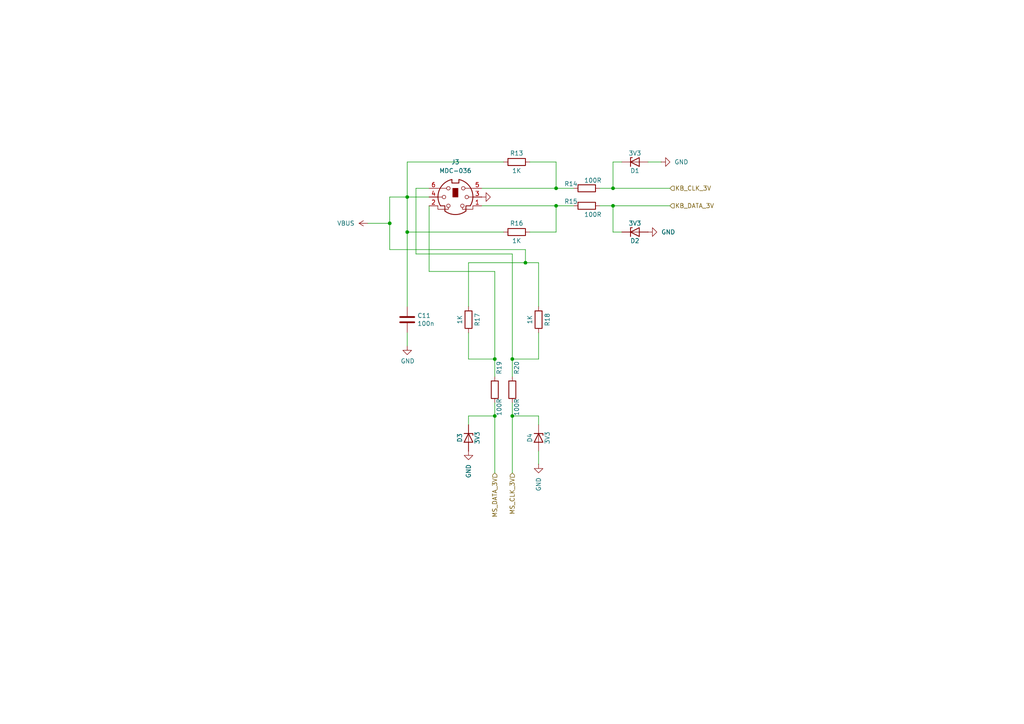
<source format=kicad_sch>
(kicad_sch (version 20250114) (generator "eeschema") (generator_version "9.0")
  (paper "A4")
  (title_block (title "${NAME}") (date "2025-04-30") (rev "${VERSION}") (company "Mikhail Matveev") (comment 1 "https://github.com/rh1tech/echo"))
  (lib_symbols
    (symbol "Connector:Mini-DIN-6" (pin_names (offset 1.016))
      (property "Reference" "J" (at 0 6.35 0))
      (property "Value" "Mini-DIN-6" (at 0 -6.35 0))
      (symbol "Mini-DIN-6_0_1"
        (polyline (pts (xy -4.318 -2.54) (xy -3.048 -2.54) (xy -3.048 -4.064)) (stroke (width 0.254)))
        (polyline (pts (xy -3.81 0) (xy -5.08 0)))
        (circle (center -3.302 0) (radius 0.508))
        (polyline (pts (xy -2.54 2.54) (xy -5.08 2.54)))
        (circle (center -2.032 2.54) (radius 0.508))
        (circle (center -2.032 -2.54) (radius 0.508))
        (polyline (pts (xy -2.032 -3.048) (xy -2.032 -3.556) (xy -5.08 -3.556) (xy -5.08 -2.54)))
        (polyline (pts (xy -1.016 5.08) (xy -1.016 4.064) (xy 1.016 4.064) (xy 1.016 5.08)) (stroke (width 0.254)))
        (rectangle (start -0.762 2.54) (end 0.762 0) (fill (type outline)))
        (arc (start 3.048 -4.064) (mid 0 -5.08) (end -3.048 -4.064) (stroke (width 0.254)))
        (arc (start 1.016 5.08) (mid 4.6646 2.1356) (end 4.318 -2.54) (stroke (width 0.254)))
        (arc (start -4.318 -2.54) (mid -4.6241 2.1181) (end -1.016 5.08) (stroke (width 0.254)))
        (circle (center 2.032 -2.54) (radius 0.508))
        (polyline (pts (xy 2.032 -3.048) (xy 2.032 -3.556) (xy 5.08 -3.556) (xy 5.08 -2.54)))
        (circle (center 2.286 2.54) (radius 0.508))
        (polyline (pts (xy 2.794 2.54) (xy 5.08 2.54)))
        (circle (center 3.302 0) (radius 0.508))
        (polyline (pts (xy 4.318 -2.54) (xy 3.048 -2.54) (xy 3.048 -4.064)) (stroke (width 0.254)))
        (polyline (pts (xy 5.08 0) (xy 3.81 0)))
      )
      (symbol "Mini-DIN-6_1_1"
        (pin passive line (at -7.62 2.54 0) (length 2.54) (name "~") (number "6"))
        (pin passive line (at -7.62 0 0) (length 2.54) (name "~") (number "4"))
        (pin passive line (at -7.62 -2.54 0) (length 2.54) (name "~") (number "2"))
        (pin passive line (at 7.62 2.54 180) (length 2.54) (name "~") (number "5"))
        (pin passive line (at 7.62 0 180) (length 2.54) (name "~") (number "3"))
        (pin passive line (at 7.62 -2.54 180) (length 2.54) (name "~") (number "1"))
      )
    )
    (symbol "Device:C" (pin_numbers (hide yes)) (pin_names (offset 0.254))
      (property "Reference" "C" (at 0.635 2.54 0))
      (property "Value" "C" (at 0.635 -2.54 0))
      (symbol "C_0_1"
        (polyline (pts (xy -2.032 0.762) (xy 2.032 0.762)) (stroke (width 0.508)))
        (polyline (pts (xy -2.032 -0.762) (xy 2.032 -0.762)) (stroke (width 0.508)))
      )
      (symbol "C_1_1"
        (pin passive line (at 0 3.81 270) (length 2.794) (name "~") (number "1"))
        (pin passive line (at 0 -3.81 90) (length 2.794) (name "~") (number "2"))
      )
    )
    (symbol "Device:D_Zener" (pin_numbers (hide yes)) (pin_names (offset 1.016) (hide yes))
      (property "Reference" "D" (at 0 2.54 0))
      (property "Value" "D_Zener" (at 0 -2.54 0))
      (symbol "D_Zener_0_1"
        (polyline (pts (xy -1.27 -1.27) (xy -1.27 1.27) (xy -0.762 1.27)) (stroke (width 0.254)))
        (polyline (pts (xy 1.27 0) (xy -1.27 0)))
        (polyline (pts (xy 1.27 -1.27) (xy 1.27 1.27) (xy -1.27 0) (xy 1.27 -1.27)) (stroke (width 0.254)))
      )
      (symbol "D_Zener_1_1"
        (pin passive line (at -3.81 0 0) (length 2.54) (name "K") (number "1"))
        (pin passive line (at 3.81 0 180) (length 2.54) (name "A") (number "2"))
      )
    )
    (symbol "Device:R" (pin_numbers (hide yes)) (pin_names (offset 0))
      (property "Reference" "R" (at 2.032 0 90))
      (property "Value" "R" (at 0 0 90))
      (symbol "R_0_1"
        (rectangle (start -1.016 -2.54) (end 1.016 2.54) (stroke (width 0.254)))
      )
      (symbol "R_1_1"
        (pin passive line (at 0 3.81 270) (length 1.27) (name "~") (number "1"))
        (pin passive line (at 0 -3.81 90) (length 1.27) (name "~") (number "2"))
      )
    )
    (symbol "GND_1" (power) (pin_numbers (hide yes)) (pin_names (offset 0) (hide yes))
      (property "Value" "GND" (at 0 -3.81 0))
      (symbol "GND_1_0_1"
        (polyline (pts (xy 0 0) (xy 0 -1.27) (xy 1.27 -1.27) (xy 0 -2.54) (xy -1.27 -1.27) (xy 0 -1.27)))
      )
      (symbol "GND_1_1_1"
        (pin power_in line (at 0 0 270) (length 0) (name "~") (number "1"))
      )
    )
    (symbol "GND_2" (power) (pin_numbers (hide yes)) (pin_names (offset 0) (hide yes))
      (property "Value" "GND" (at 0 -3.81 0))
      (symbol "GND_2_0_1"
        (polyline (pts (xy 0 0) (xy 0 -1.27) (xy 1.27 -1.27) (xy 0 -2.54) (xy -1.27 -1.27) (xy 0 -1.27)))
      )
      (symbol "GND_2_1_1"
        (pin power_in line (at 0 0 270) (length 0) (name "~") (number "1"))
      )
    )
    (symbol "GND_3" (power) (pin_numbers (hide yes)) (pin_names (offset 0) (hide yes))
      (property "Value" "GND" (at 0 -3.81 0))
      (symbol "GND_3_0_1"
        (polyline (pts (xy 0 0) (xy 0 -1.27) (xy 1.27 -1.27) (xy 0 -2.54) (xy -1.27 -1.27) (xy 0 -1.27)))
      )
      (symbol "GND_3_1_1"
        (pin power_in line (at 0 0 270) (length 0) (name "~") (number "1"))
      )
    )
    (symbol "GND_4" (power) (pin_numbers (hide yes)) (pin_names (offset 0) (hide yes))
      (property "Value" "GND" (at 0 -3.81 0))
      (symbol "GND_4_0_1"
        (polyline (pts (xy 0 0) (xy 0 -1.27) (xy 1.27 -1.27) (xy 0 -2.54) (xy -1.27 -1.27) (xy 0 -1.27)))
      )
      (symbol "GND_4_1_1"
        (pin power_in line (at 0 0 270) (length 0) (name "~") (number "1"))
      )
    )
    (symbol "GND_6" (power) (pin_numbers (hide yes)) (pin_names (offset 0) (hide yes))
      (property "Value" "GND" (at 0 -3.81 0))
      (symbol "GND_6_0_1"
        (polyline (pts (xy 0 0) (xy 0 -1.27) (xy 1.27 -1.27) (xy 0 -2.54) (xy -1.27 -1.27) (xy 0 -1.27)))
      )
      (symbol "GND_6_1_1"
        (pin power_in line (at 0 0 270) (length 0) (name "~") (number "1"))
      )
    )
    (symbol "power:GND" (power) (pin_numbers (hide yes)) (pin_names (offset 0) (hide yes))
      (property "Value" "GND" (at 0 -3.81 0))
      (symbol "GND_0_1"
        (polyline (pts (xy 0 0) (xy 0 -1.27) (xy 1.27 -1.27) (xy 0 -2.54) (xy -1.27 -1.27) (xy 0 -1.27)))
      )
      (symbol "GND_1_1"
        (pin power_in line (at 0 0 270) (length 0) (name "~") (number "1"))
      )
    )
    (symbol "power:VBUS" (power) (pin_numbers (hide yes)) (pin_names (offset 0) (hide yes))
      (property "Value" "VBUS" (at 0 3.556 0))
      (symbol "VBUS_0_1"
        (polyline (pts (xy -0.762 1.27) (xy 0 2.54)))
        (polyline (pts (xy 0 2.54) (xy 0.762 1.27)))
        (polyline (pts (xy 0 0) (xy 0 2.54)))
      )
      (symbol "VBUS_1_1"
        (pin power_in line (at 0 0 90) (length 0) (name "~") (number "1"))
      )
    )
  )
  (junction (at 113.03 64.77))
  (junction (at 177.8 59.69))
  (junction (at 143.51 120.65))
  (junction (at 152.4 76.2))
  (junction (at 143.51 104.14))
  (junction (at 161.29 54.61))
  (junction (at 118.11 57.15))
  (junction (at 177.8 54.61))
  (junction (at 148.59 120.65))
  (junction (at 118.11 67.31))
  (junction (at 148.59 104.14))
  (junction (at 161.29 59.69))
  (wire (pts (xy 143.51 120.65) (xy 143.51 137.16)))
  (wire (pts (xy 156.21 120.65) (xy 148.59 120.65)))
  (wire (pts (xy 148.59 104.14) (xy 156.21 104.14)))
  (wire (pts (xy 161.29 59.69) (xy 166.37 59.69)))
  (wire (pts (xy 161.29 54.61) (xy 166.37 54.61)))
  (wire (pts (xy 146.05 67.31) (xy 118.11 67.31)))
  (wire (pts (xy 135.89 88.9) (xy 135.89 76.2)))
  (wire (pts (xy 135.89 96.52) (xy 135.89 104.14)))
  (wire (pts (xy 113.03 57.15) (xy 118.11 57.15)))
  (wire (pts (xy 118.11 67.31) (xy 118.11 88.9)))
  (wire (pts (xy 118.11 46.99) (xy 118.11 57.15)))
  (wire (pts (xy 148.59 120.65) (xy 148.59 116.84)))
  (wire (pts (xy 148.59 120.65) (xy 148.59 137.16)))
  (wire (pts (xy 161.29 59.69) (xy 161.29 67.31)))
  (wire (pts (xy 124.46 59.69) (xy 124.46 78.74)))
  (wire (pts (xy 135.89 104.14) (xy 143.51 104.14)))
  (wire (pts (xy 187.96 46.99) (xy 191.77 46.99)))
  (wire (pts (xy 156.21 123.19) (xy 156.21 120.65)))
  (wire (pts (xy 177.8 59.69) (xy 173.99 59.69)))
  (wire (pts (xy 177.8 67.31) (xy 177.8 59.69)))
  (wire (pts (xy 156.21 96.52) (xy 156.21 104.14)))
  (wire (pts (xy 177.8 59.69) (xy 194.31 59.69)))
  (wire (pts (xy 118.11 67.31) (xy 118.11 57.15)))
  (wire (pts (xy 146.05 46.99) (xy 118.11 46.99)))
  (wire (pts (xy 124.46 54.61) (xy 120.65 54.61)))
  (wire (pts (xy 152.4 72.39) (xy 152.4 76.2)))
  (wire (pts (xy 152.4 76.2) (xy 156.21 76.2)))
  (wire (pts (xy 135.89 120.65) (xy 143.51 120.65)))
  (wire (pts (xy 180.34 67.31) (xy 177.8 67.31)))
  (wire (pts (xy 180.34 46.99) (xy 177.8 46.99)))
  (wire (pts (xy 139.7 59.69) (xy 161.29 59.69)))
  (wire (pts (xy 120.65 54.61) (xy 120.65 73.66)))
  (wire (pts (xy 113.03 64.77) (xy 113.03 72.39)))
  (wire (pts (xy 177.8 54.61) (xy 194.31 54.61)))
  (wire (pts (xy 124.46 78.74) (xy 143.51 78.74)))
  (wire (pts (xy 177.8 46.99) (xy 177.8 54.61)))
  (wire (pts (xy 118.11 57.15) (xy 124.46 57.15)))
  (wire (pts (xy 153.67 67.31) (xy 161.29 67.31)))
  (wire (pts (xy 161.29 46.99) (xy 161.29 54.61)))
  (wire (pts (xy 113.03 72.39) (xy 152.4 72.39)))
  (wire (pts (xy 148.59 104.14) (xy 148.59 109.22)))
  (wire (pts (xy 135.89 123.19) (xy 135.89 120.65)))
  (wire (pts (xy 143.51 78.74) (xy 143.51 104.14)))
  (wire (pts (xy 143.51 120.65) (xy 143.51 116.84)))
  (wire (pts (xy 120.65 73.66) (xy 148.59 73.66)))
  (wire (pts (xy 113.03 57.15) (xy 113.03 64.77)))
  (wire (pts (xy 106.68 64.77) (xy 113.03 64.77)))
  (wire (pts (xy 139.7 54.61) (xy 161.29 54.61)))
  (wire (pts (xy 156.21 88.9) (xy 156.21 76.2)))
  (wire (pts (xy 153.67 46.99) (xy 161.29 46.99)))
  (wire (pts (xy 118.11 96.52) (xy 118.11 100.33)))
  (wire (pts (xy 135.89 76.2) (xy 152.4 76.2)))
  (wire (pts (xy 148.59 73.66) (xy 148.59 104.14)))
  (wire (pts (xy 143.51 104.14) (xy 143.51 109.22)))
  (wire (pts (xy 177.8 54.61) (xy 173.99 54.61)))
  (wire (pts (xy 156.21 130.81) (xy 156.21 134.62)))
  (hierarchical_label "MS_CLK_3V" (shape input) (at 148.59 137.16 270))
  (hierarchical_label "KB_DATA_3V" (shape input) (at 194.31 59.69 0))
  (hierarchical_label "MS_DATA_3V" (shape input) (at 143.51 137.16 270))
  (hierarchical_label "KB_CLK_3V" (shape input) (at 194.31 54.61 0))
  (symbol (lib_name "GND_6") (lib_id "power:GND") (at 187.96 67.31 90) (unit 1)
    (property "Reference" "#PWR035" (effects (hide yes)))
    (property "Value" "GND" (at 191.77 67.3099 90) (effects (justify right)))
    (property "Description" "Power symbol creates a global label with name \"GND\" , ground" (effects (hide yes)))
  )
  (symbol (lib_id "Device:D_Zener") (at 184.15 67.31 0) (unit 1)
    (property "Reference" "D2" (at 184.15 69.85 0))
    (property "Value" "3V3" (at 184.15 64.77 0))
    (property "Footprint" "FRANK:Diode (SOD-323)" (effects (hide yes)))
    (property "Datasheet" "https://www.vishay.com/docs/83335/bzx384g.pdf" (effects (hide yes)))
    (property "AliExpress" "https://www.aliexpress.com/item/1005006143480992.html" (effects (hide yes)))
  )
  (symbol (lib_name "GND_3") (lib_id "power:GND") (at 118.11 100.33 0) (unit 1)
    (property "Reference" "#PWR036" (effects (hide yes)))
    (property "Value" "GND" (at 118.237 104.7242 0))
    (property "Description" "Power symbol creates a global label with name \"GND\" , ground" (effects (hide yes)))
  )
  (symbol (lib_id "Device:R") (at 135.89 92.71 0) (unit 1)
    (property "Reference" "R17" (at 138.43 92.71 90))
    (property "Value" "1K" (at 133.35 92.71 90))
    (property "Footprint" "FRANK:Resistor (0805)" (effects (hide yes)))
    (property "Datasheet" "https://www.vishay.com/docs/28952/mcs0402at-mct0603at-mcu0805at-mca1206at.pdf" (effects (hide yes)))
    (property "AliExpress" "https://www.aliexpress.com/item/1005005945735199.html" (effects (hide yes)))
  )
  (symbol (lib_name "GND_1") (lib_id "power:GND") (at 156.21 134.62 0) (unit 1)
    (property "Reference" "#PWR038" (effects (hide yes)))
    (property "Value" "GND" (at 156.2101 138.43 90) (effects (justify right)))
    (property "Description" "Power symbol creates a global label with name \"GND\" , ground" (effects (hide yes)))
  )
  (symbol (lib_id "Device:R") (at 170.18 59.69 90) (unit 1)
    (property "Reference" "R15" (at 165.608 58.42 90))
    (property "Value" "100R" (at 171.958 62.23 90))
    (property "Footprint" "FRANK:Resistor (0805)" (effects (hide yes)))
    (property "Datasheet" "https://www.vishay.com/docs/28952/mcs0402at-mct0603at-mcu0805at-mca1206at.pdf" (effects (hide yes)))
    (property "AliExpress" "https://www.aliexpress.com/item/1005005945735199.html" (effects (hide yes)))
  )
  (symbol (lib_id "Device:R") (at 156.21 92.71 0) (unit 1)
    (property "Reference" "R18" (at 158.75 92.71 90))
    (property "Value" "1K" (at 153.67 92.71 90))
    (property "Footprint" "FRANK:Resistor (0805)" (effects (hide yes)))
    (property "Datasheet" "https://www.vishay.com/docs/28952/mcs0402at-mct0603at-mcu0805at-mca1206at.pdf" (effects (hide yes)))
    (property "AliExpress" "https://www.aliexpress.com/item/1005005945735199.html" (effects (hide yes)))
  )
  (symbol (lib_id "Device:R") (at 170.18 54.61 90) (unit 1)
    (property "Reference" "R14" (at 165.608 53.34 90))
    (property "Value" "100R" (at 171.958 52.324 90))
    (property "Footprint" "FRANK:Resistor (0805)" (effects (hide yes)))
    (property "Datasheet" "https://www.vishay.com/docs/28952/mcs0402at-mct0603at-mcu0805at-mca1206at.pdf" (effects (hide yes)))
    (property "AliExpress" "https://www.aliexpress.com/item/1005005945735199.html" (effects (hide yes)))
  )
  (symbol (lib_id "Device:R") (at 143.51 113.03 0) (unit 1)
    (property "Reference" "R19" (at 144.78 106.68 90))
    (property "Value" "100R" (at 144.78 118.11 90))
    (property "Footprint" "FRANK:Resistor (0805)" (effects (hide yes)))
    (property "Datasheet" "https://www.vishay.com/docs/28952/mcs0402at-mct0603at-mcu0805at-mca1206at.pdf" (effects (hide yes)))
    (property "AliExpress" "https://www.aliexpress.com/item/1005005945735199.html" (effects (hide yes)))
  )
  (symbol (lib_name "GND_4") (lib_id "power:GND") (at 191.77 46.99 90) (unit 1)
    (property "Reference" "#PWR032" (effects (hide yes)))
    (property "Value" "GND" (at 195.58 46.9899 90) (effects (justify right)))
    (property "Description" "Power symbol creates a global label with name \"GND\" , ground" (effects (hide yes)))
  )
  (symbol (lib_id "Device:D_Zener") (at 135.89 127 270) (unit 1)
    (property "Reference" "D3" (at 133.35 127 0))
    (property "Value" "3V3" (at 138.43 127 0))
    (property "Footprint" "FRANK:Diode (SOD-323)" (effects (hide yes)))
    (property "Datasheet" "https://www.vishay.com/docs/83335/bzx384g.pdf" (effects (hide yes)))
    (property "AliExpress" "https://www.aliexpress.com/item/1005006143480992.html" (effects (hide yes)))
  )
  (symbol (lib_id "power:VBUS") (at 106.68 64.77 90) (unit 1)
    (property "Reference" "#PWR034" (effects (hide yes)))
    (property "Value" "VBUS" (at 102.87 64.7699 90) (effects (justify left)))
    (property "Description" "Power symbol creates a global label with name \"VBUS\"" (effects (hide yes)))
  )
  (symbol (lib_id "Device:R") (at 149.86 67.31 90) (unit 1)
    (property "Reference" "R16" (at 149.86 64.77 90))
    (property "Value" "1K" (at 149.86 69.85 90))
    (property "Footprint" "FRANK:Resistor (0805)" (effects (hide yes)))
    (property "Datasheet" "https://www.vishay.com/docs/28952/mcs0402at-mct0603at-mcu0805at-mca1206at.pdf" (effects (hide yes)))
    (property "AliExpress" "https://www.aliexpress.com/item/1005005945735199.html" (effects (hide yes)))
  )
  (symbol (lib_id "Device:R") (at 149.86 46.99 90) (unit 1)
    (property "Reference" "R13" (at 149.86 44.45 90))
    (property "Value" "1K" (at 149.86 49.53 90))
    (property "Footprint" "FRANK:Resistor (0805)" (effects (hide yes)))
    (property "Datasheet" "https://www.vishay.com/docs/28952/mcs0402at-mct0603at-mcu0805at-mca1206at.pdf" (effects (hide yes)))
    (property "AliExpress" "https://www.aliexpress.com/item/1005005945735199.html" (effects (hide yes)))
  )
  (symbol (lib_id "Connector:Mini-DIN-6") (at 132.08 57.15 0) (unit 1)
    (property "Reference" "J3" (at 132.0977 46.99 0))
    (property "Value" "MDC-036" (at 132.0977 49.53 0))
    (property "Footprint" "FRANK:MiniDIN (6 Pin, female)" (effects (hide yes)))
    (property "Datasheet" "http://service.powerdynamics.com/ec/Catalog17/Section%2011.pdf" (effects (hide yes)))
    (property "AliExpress" "https://www.aliexpress.com/item/4000106131593.html" (effects (hide yes)))
  )
  (symbol (lib_id "power:GND") (at 139.7 57.15 90) (unit 1)
    (property "Reference" "#PWR033" (effects (hide yes)))
    (property "Value" "GND" (effects (hide yes)))
    (property "Description" "Power symbol creates a global label with name \"GND\" , ground" (effects (hide yes)))
  )
  (symbol (lib_name "GND_2") (lib_id "power:GND") (at 135.89 130.81 0) (unit 1)
    (property "Reference" "#PWR037" (effects (hide yes)))
    (property "Value" "GND" (at 135.8901 134.62 90) (effects (justify right)))
    (property "Description" "Power symbol creates a global label with name \"GND\" , ground" (effects (hide yes)))
  )
  (symbol (lib_id "Device:D_Zener") (at 184.15 46.99 0) (unit 1)
    (property "Reference" "D1" (at 184.15 49.53 0))
    (property "Value" "3V3" (at 184.15 44.45 0))
    (property "Footprint" "FRANK:Diode (SOD-323)" (effects (hide yes)))
    (property "Datasheet" "https://www.vishay.com/docs/83335/bzx384g.pdf" (effects (hide yes)))
    (property "AliExpress" "https://www.aliexpress.com/item/1005006143480992.html" (effects (hide yes)))
  )
  (symbol (lib_id "Device:R") (at 148.59 113.03 0) (unit 1)
    (property "Reference" "R20" (at 149.86 106.68 90))
    (property "Value" "100R" (at 149.86 118.11 90))
    (property "Footprint" "FRANK:Resistor (0805)" (effects (hide yes)))
    (property "Datasheet" "https://www.vishay.com/docs/28952/mcs0402at-mct0603at-mcu0805at-mca1206at.pdf" (effects (hide yes)))
    (property "AliExpress" "https://www.aliexpress.com/item/1005005945735199.html" (effects (hide yes)))
  )
  (symbol (lib_id "Device:D_Zener") (at 156.21 127 270) (unit 1)
    (property "Reference" "D4" (at 153.67 127 0))
    (property "Value" "3V3" (at 158.75 127 0))
    (property "Footprint" "FRANK:Diode (SOD-323)" (effects (hide yes)))
    (property "Datasheet" "https://www.vishay.com/docs/83335/bzx384g.pdf" (effects (hide yes)))
    (property "AliExpress" "https://www.aliexpress.com/item/1005006143480992.html" (effects (hide yes)))
  )
  (symbol (lib_id "Device:C") (at 118.11 92.71 0) (unit 1)
    (property "Reference" "C11" (at 121.031 91.5416 0) (effects (justify left)))
    (property "Value" "100n" (at 121.031 93.853 0) (effects (justify left)))
    (property "Footprint" "FRANK:Capacitor (0805)" (effects (hide yes)))
    (property "Datasheet" "https://eu.mouser.com/datasheet/2/40/KGM_X7R-3223212.pdf" (effects (hide yes)))
    (property "AliExpress" "https://www.aliexpress.com/item/33008008276.html" (effects (hide yes)))
  )
)
</source>
